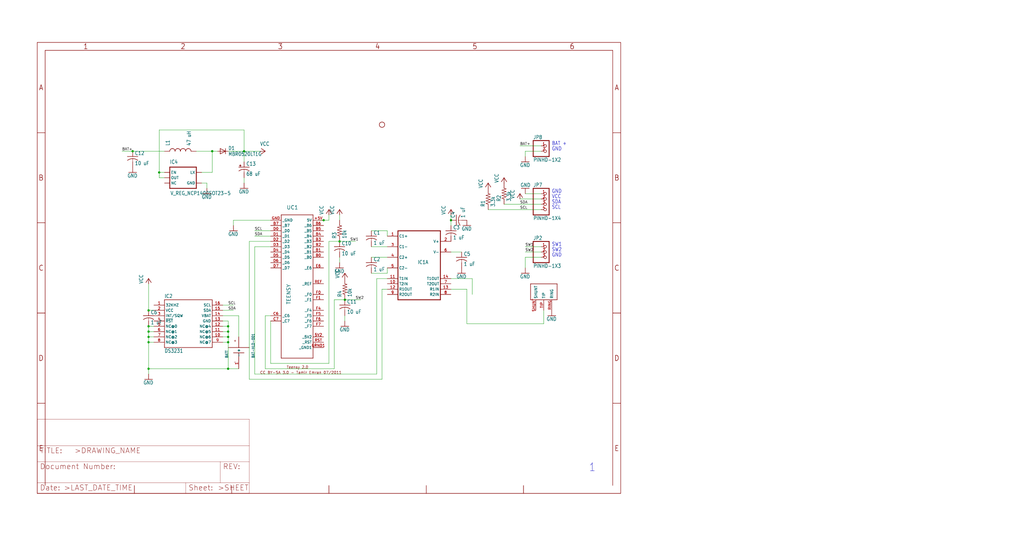
<source format=kicad_sch>
(kicad_sch (version 20211123) (generator eeschema)
  (paper "User" 490.22 257.099)
  (lib_symbols
    (symbol "UBGDownloader-eagle-import:35RAPC2AVDEFAULT"
      (symbol "35RAPC2AVDEFAULT_1_0"
        (polyline (pts (xy 0 0) (xy 12.7 0)) (stroke (width 0.254)))
        (polyline (pts (xy 0 7.62) (xy 0 0)) (stroke (width 0.254)))
        (polyline (pts (xy 12.7 0) (xy 12.7 7.62)) (stroke (width 0.254)))
        (polyline (pts (xy 12.7 7.62) (xy 0 7.62)) (stroke (width 0.254)))
        (pin bidirectional line (at 2.54 -5.08 90) (length 5.08) (name "RING") (number "RING"))
        (pin bidirectional line (at 10.16 -5.08 90) (length 5.08) (name "SHUNT") (number "SHUNT"))
        (pin bidirectional line (at 6.35 -5.08 90) (length 5.08) (name "TIP") (number "TIP"))
      )
    )
    (symbol "UBGDownloader-eagle-import:BAT-HLD-001"
      (property "Value" "BAT-HLD-001" (at 7.62 -2.54 90))
      (symbol "BAT-HLD-001_1_0"
        (polyline (pts (xy -5.08 2.54) (xy 5.08 2.54)) (stroke (width 0.254)))
        (polyline (pts (xy -2.54 0) (xy 0 0)) (stroke (width 0.254)))
        (polyline (pts (xy 0 0) (xy 0 -7.62)) (stroke (width 0.254)))
        (polyline (pts (xy 0 0) (xy 2.54 0)) (stroke (width 0.254)))
        (polyline (pts (xy 0 2.54) (xy 0 7.62)) (stroke (width 0.254)))
        (text "+" (at -2.54 5.08 0) (effects (font (size 1.27 1.0795)) (justify left bottom)))
        (text "-" (at -2.54 -5.08 0) (effects (font (size 1.27 1.0795)) (justify left bottom)))
        (pin bidirectional line (at 0 -7.62 90) (length 5.08) (name "-") (number "1"))
        (pin bidirectional line (at 0 7.62 270) (length 5.08) (name "+") (number "2"))
        (pin bidirectional line (at 0 7.62 270) (length 5.08) (name "+") (number "3"))
      )
    )
    (symbol "UBGDownloader-eagle-import:C-USC0805K"
      (property "Reference" "C" (at 1.016 0.635 0))
      (property "Value" "C-USC0805K" (at 1.016 -4.191 0))
      (symbol "C-USC0805K_1_0"
        (arc (start 0 -1.0161) (mid -1.302 -1.2303) (end -2.4668 -1.8504) (stroke (width 0.254)))
        (polyline (pts (xy -2.54 0) (xy 2.54 0)) (stroke (width 0.254)))
        (polyline (pts (xy 0 -1.016) (xy 0 -2.54)) (stroke (width 0.1524)))
        (arc (start 2.4892 -1.8542) (mid 1.3158 -1.2195) (end 0 -1) (stroke (width 0.254)))
        (pin passive line (at 0 2.54 270) (length 2.54) (name "1") (number "1"))
        (pin passive line (at 0 -5.08 90) (length 2.54) (name "2") (number "2"))
      )
    )
    (symbol "UBGDownloader-eagle-import:CGRM400-G"
      (property "Reference" "D" (at 2.54 0.4826 0))
      (property "Value" "CGRM400-G" (at 2.54 -2.3114 0))
      (symbol "CGRM400-G_1_0"
        (polyline (pts (xy -1.27 -1.27) (xy 1.27 0)) (stroke (width 0.254)))
        (polyline (pts (xy -1.27 1.27) (xy -1.27 -1.27)) (stroke (width 0.254)))
        (polyline (pts (xy 1.27 0) (xy -1.27 1.27)) (stroke (width 0.254)))
        (polyline (pts (xy 1.27 0) (xy 1.27 -1.27)) (stroke (width 0.254)))
        (polyline (pts (xy 1.27 1.27) (xy 1.27 0)) (stroke (width 0.254)))
        (pin passive line (at -2.54 0 0) (length 2.54) (name "A") (number "A"))
        (pin passive line (at 2.54 0 180) (length 2.54) (name "C") (number "C"))
      )
    )
    (symbol "UBGDownloader-eagle-import:CPOL-USB{slash}3528-21R"
      (property "Reference" "C" (at 1.016 0.635 0))
      (property "Value" "CPOL-USB{slash}3528-21R" (at 1.016 -4.191 0))
      (symbol "CPOL-USB{slash}3528-21R_1_0"
        (rectangle (start -2.253 0.668) (end -1.364 0.795) (fill (type outline)))
        (rectangle (start -1.872 0.287) (end -1.745 1.176) (fill (type outline)))
        (arc (start 0 -1.0161) (mid -1.3021 -1.2302) (end -2.4669 -1.8504) (stroke (width 0.254)))
        (polyline (pts (xy -2.54 0) (xy 2.54 0)) (stroke (width 0.254)))
        (polyline (pts (xy 0 -1.016) (xy 0 -2.54)) (stroke (width 0.1524)))
        (arc (start 2.4892 -1.8542) (mid 1.3158 -1.2195) (end 0 -1) (stroke (width 0.254)))
        (pin passive line (at 0 2.54 270) (length 2.54) (name "+") (number "+"))
        (pin passive line (at 0 -5.08 90) (length 2.54) (name "-") (number "-"))
      )
    )
    (symbol "UBGDownloader-eagle-import:DS3231"
      (property "Reference" "IC" (at -10.16 13.462 0))
      (property "Value" "DS3231" (at -10.16 -12.7 0))
      (symbol "DS3231_1_0"
        (polyline (pts (xy -10.16 -10.16) (xy 12.7 -10.16)) (stroke (width 0.254)))
        (polyline (pts (xy -10.16 12.7) (xy -10.16 -10.16)) (stroke (width 0.254)))
        (polyline (pts (xy 12.7 -10.16) (xy 12.7 12.7)) (stroke (width 0.254)))
        (polyline (pts (xy 12.7 12.7) (xy -10.16 12.7)) (stroke (width 0.254)))
        (pin bidirectional line (at -15.24 10.16 0) (length 5.08) (name "32KHZ") (number "1"))
        (pin bidirectional line (at 17.78 -5.08 180) (length 5.08) (name "NC@6") (number "10"))
        (pin bidirectional line (at 17.78 -2.54 180) (length 5.08) (name "NC@5") (number "11"))
        (pin bidirectional line (at 17.78 0 180) (length 5.08) (name "NC@4") (number "12"))
        (pin power_in line (at 17.78 2.54 180) (length 5.08) (name "GND") (number "13"))
        (pin bidirectional line (at 17.78 5.08 180) (length 5.08) (name "VBAT") (number "14"))
        (pin bidirectional line (at 17.78 7.62 180) (length 5.08) (name "SDA") (number "15"))
        (pin bidirectional line (at 17.78 10.16 180) (length 5.08) (name "SCL") (number "16"))
        (pin power_in line (at -15.24 7.62 0) (length 5.08) (name "VCC") (number "2"))
        (pin bidirectional line (at -15.24 5.08 0) (length 5.08) (name "INT/SQW") (number "3"))
        (pin bidirectional line (at -15.24 2.54 0) (length 5.08) (name "~{RST}") (number "4"))
        (pin bidirectional line (at -15.24 0 0) (length 5.08) (name "NC@0") (number "5"))
        (pin bidirectional line (at -15.24 -2.54 0) (length 5.08) (name "NC@1") (number "6"))
        (pin bidirectional line (at -15.24 -5.08 0) (length 5.08) (name "NC@2") (number "7"))
        (pin bidirectional line (at -15.24 -7.62 0) (length 5.08) (name "NC@3") (number "8"))
        (pin bidirectional line (at 17.78 -7.62 180) (length 5.08) (name "NC@7") (number "9"))
      )
    )
    (symbol "UBGDownloader-eagle-import:FRAME_A_L"
      (symbol "FRAME_A_L_0_0"
        (polyline (pts (xy 0 43.18) (xy 3.81 43.18)))
        (polyline (pts (xy 0 86.36) (xy 3.81 86.36)))
        (polyline (pts (xy 0 129.54) (xy 3.81 129.54)))
        (polyline (pts (xy 0 172.72) (xy 3.81 172.72)))
        (polyline (pts (xy 3.81 3.81) (xy 3.81 212.09)))
        (polyline (pts (xy 46.5667 0) (xy 46.5667 3.81)))
        (polyline (pts (xy 93.1333 0) (xy 93.1333 3.81)))
        (polyline (pts (xy 139.7 0) (xy 139.7 3.81)))
        (polyline (pts (xy 186.2667 0) (xy 186.2667 3.81)))
        (polyline (pts (xy 232.8333 0) (xy 232.8333 3.81)))
        (polyline (pts (xy 275.59 3.81) (xy 275.59 212.09)))
        (polyline (pts (xy 275.59 43.18) (xy 279.4 43.18)))
        (polyline (pts (xy 275.59 86.36) (xy 279.4 86.36)))
        (polyline (pts (xy 275.59 129.54) (xy 279.4 129.54)))
        (polyline (pts (xy 275.59 172.72) (xy 279.4 172.72)))
        (polyline (pts (xy 275.59 212.09) (xy 3.81 212.09)))
        (polyline (pts (xy 0 0) (xy 279.4 0) (xy 279.4 215.9) (xy 0 215.9) (xy 0 0)))
        (text "1" (at 23.2833 213.995 0) (effects (font (size 2.54 2.286))))
        (text "2" (at 69.85 213.995 0) (effects (font (size 2.54 2.286))))
        (text "3" (at 116.4167 213.995 0) (effects (font (size 2.54 2.286))))
        (text "4" (at 162.9833 213.995 0) (effects (font (size 2.54 2.286))))
        (text "5" (at 209.55 213.995 0) (effects (font (size 2.54 2.286))))
        (text "6" (at 256.1167 213.995 0) (effects (font (size 2.54 2.286))))
        (text "A" (at 1.905 194.31 0) (effects (font (size 2.54 2.286))))
        (text "A" (at 277.495 194.31 0) (effects (font (size 2.54 2.286))))
        (text "B" (at 1.905 151.13 0) (effects (font (size 2.54 2.286))))
        (text "B" (at 277.495 151.13 0) (effects (font (size 2.54 2.286))))
        (text "C" (at 1.905 107.95 0) (effects (font (size 2.54 2.286))))
        (text "C" (at 277.495 107.95 0) (effects (font (size 2.54 2.286))))
        (text "D" (at 1.905 64.77 0) (effects (font (size 2.54 2.286))))
        (text "D" (at 277.495 64.77 0) (effects (font (size 2.54 2.286))))
        (text "E" (at 1.905 21.59 0) (effects (font (size 2.54 2.286))))
        (text "E" (at 277.495 21.59 0) (effects (font (size 2.54 2.286))))
      )
      (symbol "FRAME_A_L_2_0"
        (polyline (pts (xy 0 0) (xy 0 5.08)) (stroke (width 0.1016)))
        (polyline (pts (xy 0 0) (xy 71.12 0)) (stroke (width 0.1016)))
        (polyline (pts (xy 0 5.08) (xy 0 15.24)) (stroke (width 0.1016)))
        (polyline (pts (xy 0 5.08) (xy 71.12 5.08)) (stroke (width 0.1016)))
        (polyline (pts (xy 0 15.24) (xy 0 22.86)) (stroke (width 0.1016)))
        (polyline (pts (xy 0 22.86) (xy 0 35.56)) (stroke (width 0.1016)))
        (polyline (pts (xy 0 22.86) (xy 101.6 22.86)) (stroke (width 0.1016)))
        (polyline (pts (xy 71.12 0) (xy 101.6 0)) (stroke (width 0.1016)))
        (polyline (pts (xy 71.12 5.08) (xy 71.12 0)) (stroke (width 0.1016)))
        (polyline (pts (xy 71.12 5.08) (xy 87.63 5.08)) (stroke (width 0.1016)))
        (polyline (pts (xy 87.63 5.08) (xy 101.6 5.08)) (stroke (width 0.1016)))
        (polyline (pts (xy 87.63 15.24) (xy 0 15.24)) (stroke (width 0.1016)))
        (polyline (pts (xy 87.63 15.24) (xy 87.63 5.08)) (stroke (width 0.1016)))
        (polyline (pts (xy 101.6 5.08) (xy 101.6 0)) (stroke (width 0.1016)))
        (polyline (pts (xy 101.6 15.24) (xy 87.63 15.24)) (stroke (width 0.1016)))
        (polyline (pts (xy 101.6 15.24) (xy 101.6 5.08)) (stroke (width 0.1016)))
        (polyline (pts (xy 101.6 22.86) (xy 101.6 15.24)) (stroke (width 0.1016)))
        (polyline (pts (xy 101.6 35.56) (xy 0 35.56)) (stroke (width 0.1016)))
        (polyline (pts (xy 101.6 35.56) (xy 101.6 22.86)) (stroke (width 0.1016)))
        (text ">DRAWING_NAME" (at 17.78 19.05 0) (effects (font (size 2.54 2.54)) (justify left bottom)))
        (text ">LAST_DATE_TIME" (at 12.7 1.27 0) (effects (font (size 2.54 2.54)) (justify left bottom)))
        (text ">SHEET" (at 86.36 1.27 0) (effects (font (size 2.54 2.54)) (justify left bottom)))
        (text "Date:" (at 1.27 1.27 0) (effects (font (size 2.54 2.54)) (justify left bottom)))
        (text "Document Number:" (at 1.27 11.43 0) (effects (font (size 2.54 2.54)) (justify left bottom)))
        (text "REV:" (at 88.9 11.43 0) (effects (font (size 2.54 2.54)) (justify left bottom)))
        (text "Sheet:" (at 72.39 1.27 0) (effects (font (size 2.54 2.54)) (justify left bottom)))
        (text "TITLE:" (at 1.27 19.05 0) (effects (font (size 2.54 2.54)) (justify left bottom)))
      )
    )
    (symbol "UBGDownloader-eagle-import:GND" (power)
      (property "Value" "GND" (at -2.54 -2.54 0))
      (symbol "GND_1_0"
        (polyline (pts (xy -1.905 0) (xy 1.905 0)) (stroke (width 0.254)))
        (pin power_in line (at 0 2.54 270) (length 2.54) (name "GND") (number "1"))
      )
    )
    (symbol "UBGDownloader-eagle-import:INDUCTORCDRH5D28R"
      (property "Reference" "L" (at 2.54 5.08 0))
      (property "Value" "INDUCTORCDRH5D28R" (at 2.54 -5.08 0))
      (symbol "INDUCTORCDRH5D28R_1_0"
        (arc (start 0 -5.08) (mid 0.898 -4.708) (end 1.27 -3.81) (stroke (width 0.254)))
        (arc (start 0 -2.54) (mid 0.898 -2.168) (end 1.27 -1.27) (stroke (width 0.254)))
        (arc (start 0 0) (mid 0.898 0.372) (end 1.27 1.27) (stroke (width 0.254)))
        (arc (start 0 2.54) (mid 0.898 2.912) (end 1.27 3.81) (stroke (width 0.254)))
        (arc (start 1.27 -3.81) (mid 0.898 -2.912) (end 0 -2.54) (stroke (width 0.254)))
        (arc (start 1.27 -1.27) (mid 0.898 -0.372) (end 0 0) (stroke (width 0.254)))
        (arc (start 1.27 1.27) (mid 0.898 2.168) (end 0 2.54) (stroke (width 0.254)))
        (arc (start 1.27 3.81) (mid 0.898 4.708) (end 0 5.08) (stroke (width 0.254)))
        (pin passive line (at 0 7.62 270) (length 2.54) (name "1") (number "P$1"))
        (pin passive line (at 0 -7.62 90) (length 2.54) (name "2") (number "P$2"))
      )
    )
    (symbol "UBGDownloader-eagle-import:MAX3232SE"
      (property "Reference" "IC" (at -0.762 -0.762 0))
      (symbol "MAX3232SE_1_0"
        (polyline (pts (xy -10.16 15.24) (xy -10.16 -17.78)) (stroke (width 0.4064)))
        (polyline (pts (xy -10.16 15.24) (xy 10.16 15.24)) (stroke (width 0.4064)))
        (polyline (pts (xy 10.16 -17.78) (xy -10.16 -17.78)) (stroke (width 0.4064)))
        (polyline (pts (xy 10.16 -17.78) (xy 10.16 15.24)) (stroke (width 0.4064)))
        (pin bidirectional line (at -15.24 12.7 0) (length 5.08) (name "C1+") (number "1"))
        (pin input line (at -15.24 -10.16 0) (length 5.08) (name "T2IN") (number "10"))
        (pin input line (at -15.24 -7.62 0) (length 5.08) (name "T1IN") (number "11"))
        (pin output line (at -15.24 -12.7 0) (length 5.08) (name "R1OUT") (number "12"))
        (pin input line (at 15.24 -12.7 180) (length 5.08) (name "R1IN") (number "13"))
        (pin output line (at 15.24 -7.62 180) (length 5.08) (name "T1OUT") (number "14"))
        (pin bidirectional line (at 15.24 10.16 180) (length 5.08) (name "V+") (number "2"))
        (pin bidirectional line (at -15.24 7.62 0) (length 5.08) (name "C1-") (number "3"))
        (pin bidirectional line (at -15.24 2.54 0) (length 5.08) (name "C2+") (number "4"))
        (pin bidirectional line (at -15.24 -2.54 0) (length 5.08) (name "C2-") (number "5"))
        (pin bidirectional line (at 15.24 5.08 180) (length 5.08) (name "V-") (number "6"))
        (pin output line (at 15.24 -10.16 180) (length 5.08) (name "T2OUT") (number "7"))
        (pin input line (at 15.24 -15.24 180) (length 5.08) (name "R2IN") (number "8"))
        (pin output line (at -15.24 -15.24 0) (length 5.08) (name "R2OUT") (number "9"))
      )
      (symbol "MAX3232SE_2_0"
        (text "GND" (at 1.524 -5.08 900) (effects (font (size 1.016 0.8636)) (justify left bottom)))
        (text "VCC" (at 1.524 2.54 900) (effects (font (size 1.016 0.8636)) (justify left bottom)))
        (pin power_in line (at 0 -7.62 90) (length 5.08) (name "GND") (number "15"))
        (pin power_in line (at 0 7.62 270) (length 5.08) (name "VCC") (number "16"))
      )
    )
    (symbol "UBGDownloader-eagle-import:PINHD-1X2"
      (property "Reference" "JP" (at -6.35 5.715 0))
      (property "Value" "PINHD-1X2" (at -6.35 -5.08 0))
      (symbol "PINHD-1X2_1_0"
        (polyline (pts (xy -6.35 -2.54) (xy 1.27 -2.54)) (stroke (width 0.4064)))
        (polyline (pts (xy -6.35 5.08) (xy -6.35 -2.54)) (stroke (width 0.4064)))
        (polyline (pts (xy 1.27 -2.54) (xy 1.27 5.08)) (stroke (width 0.4064)))
        (polyline (pts (xy 1.27 5.08) (xy -6.35 5.08)) (stroke (width 0.4064)))
        (pin passive inverted (at -2.54 2.54 0) (length 2.54) (name "1") (number "1"))
        (pin passive inverted (at -2.54 0 0) (length 2.54) (name "2") (number "2"))
      )
    )
    (symbol "UBGDownloader-eagle-import:PINHD-1X3"
      (property "Reference" "JP" (at -6.35 5.715 0))
      (property "Value" "PINHD-1X3" (at -6.35 -7.62 0))
      (symbol "PINHD-1X3_1_0"
        (polyline (pts (xy -6.35 -5.08) (xy 1.27 -5.08)) (stroke (width 0.4064)))
        (polyline (pts (xy -6.35 5.08) (xy -6.35 -5.08)) (stroke (width 0.4064)))
        (polyline (pts (xy 1.27 -5.08) (xy 1.27 5.08)) (stroke (width 0.4064)))
        (polyline (pts (xy 1.27 5.08) (xy -6.35 5.08)) (stroke (width 0.4064)))
        (pin passive inverted (at -2.54 2.54 0) (length 2.54) (name "1") (number "1"))
        (pin passive inverted (at -2.54 0 0) (length 2.54) (name "2") (number "2"))
        (pin passive inverted (at -2.54 -2.54 0) (length 2.54) (name "3") (number "3"))
      )
    )
    (symbol "UBGDownloader-eagle-import:PINHD-1X4"
      (property "Reference" "JP" (at -6.35 8.255 0))
      (property "Value" "PINHD-1X4" (at -6.35 -7.62 0))
      (symbol "PINHD-1X4_1_0"
        (polyline (pts (xy -6.35 -5.08) (xy 1.27 -5.08)) (stroke (width 0.4064)))
        (polyline (pts (xy -6.35 7.62) (xy -6.35 -5.08)) (stroke (width 0.4064)))
        (polyline (pts (xy 1.27 -5.08) (xy 1.27 7.62)) (stroke (width 0.4064)))
        (polyline (pts (xy 1.27 7.62) (xy -6.35 7.62)) (stroke (width 0.4064)))
        (pin passive inverted (at -2.54 5.08 0) (length 2.54) (name "1") (number "1"))
        (pin passive inverted (at -2.54 2.54 0) (length 2.54) (name "2") (number "2"))
        (pin passive inverted (at -2.54 0 0) (length 2.54) (name "3") (number "3"))
        (pin passive inverted (at -2.54 -2.54 0) (length 2.54) (name "4") (number "4"))
      )
    )
    (symbol "UBGDownloader-eagle-import:R-US_R0805"
      (property "Reference" "R" (at -3.81 1.4986 0))
      (property "Value" "R-US_R0805" (at -3.81 -3.302 0))
      (symbol "R-US_R0805_1_0"
        (polyline (pts (xy -2.54 0) (xy -2.159 1.016)) (stroke (width 0.2032)))
        (polyline (pts (xy -2.159 1.016) (xy -1.524 -1.016)) (stroke (width 0.2032)))
        (polyline (pts (xy -1.524 -1.016) (xy -0.889 1.016)) (stroke (width 0.2032)))
        (polyline (pts (xy -0.889 1.016) (xy -0.254 -1.016)) (stroke (width 0.2032)))
        (polyline (pts (xy -0.254 -1.016) (xy 0.381 1.016)) (stroke (width 0.2032)))
        (polyline (pts (xy 0.381 1.016) (xy 1.016 -1.016)) (stroke (width 0.2032)))
        (polyline (pts (xy 1.016 -1.016) (xy 1.651 1.016)) (stroke (width 0.2032)))
        (polyline (pts (xy 1.651 1.016) (xy 2.286 -1.016)) (stroke (width 0.2032)))
        (polyline (pts (xy 2.286 -1.016) (xy 2.54 0)) (stroke (width 0.2032)))
        (pin passive line (at -5.08 0 0) (length 2.54) (name "1") (number "1"))
        (pin passive line (at 5.08 0 180) (length 2.54) (name "2") (number "2"))
      )
    )
    (symbol "UBGDownloader-eagle-import:STAND-OFF"
      (symbol "STAND-OFF_1_0"
        (circle (center 0 0) (radius 1.27) (stroke (width 0.254)))
      )
    )
    (symbol "UBGDownloader-eagle-import:TEENSY"
      (property "Reference" "_" (at -5.08 38.1 0))
      (property "Value" "TEENSY" (at -5.08 2.54 90))
      (symbol "TEENSY_1_0"
        (polyline (pts (xy -7.62 -33.02) (xy -7.62 35.56)) (stroke (width 0.254)))
        (polyline (pts (xy -7.62 35.56) (xy 7.62 35.56)) (stroke (width 0.254)))
        (polyline (pts (xy 7.62 -33.02) (xy -7.62 -33.02)) (stroke (width 0.254)))
        (polyline (pts (xy 7.62 35.56) (xy 7.62 -33.02)) (stroke (width 0.254)))
        (text "CC BY-SA 3.0 - Tamir Emran 07/2011" (at -17.78 -40.64 0) (effects (font (size 1.27 1.27)) (justify left bottom)))
        (text "Teensy 2.0" (at -5.08 -38.1 0) (effects (font (size 1.27 1.27)) (justify left bottom)))
        (pin bidirectional line (at 12.7 33.02 180) (length 5.08) (name "5V") (number "+5V"))
        (pin bidirectional line (at 12.7 -22.86 180) (length 5.08) (name "_5V2") (number "5V2"))
        (pin bidirectional line (at 12.7 15.24 180) (length 5.08) (name "_B0") (number "B0"))
        (pin bidirectional line (at 12.7 17.78 180) (length 5.08) (name "_B1") (number "B1"))
        (pin bidirectional line (at 12.7 20.32 180) (length 5.08) (name "_B2") (number "B2"))
        (pin bidirectional line (at 12.7 22.86 180) (length 5.08) (name "_B3") (number "B3"))
        (pin bidirectional line (at 12.7 25.4 180) (length 5.08) (name "_B4") (number "B4"))
        (pin bidirectional line (at 12.7 27.94 180) (length 5.08) (name "_B5") (number "B5"))
        (pin bidirectional line (at 12.7 30.48 180) (length 5.08) (name "_B6") (number "B6"))
        (pin bidirectional line (at -12.7 30.48 0) (length 5.08) (name "_B7") (number "B7"))
        (pin bidirectional line (at -12.7 -12.7 0) (length 5.08) (name "_C6") (number "C6"))
        (pin bidirectional line (at -12.7 -15.24 0) (length 5.08) (name "_C7") (number "C7"))
        (pin bidirectional line (at -12.7 27.94 0) (length 5.08) (name "_D0") (number "D0"))
        (pin bidirectional line (at -12.7 25.4 0) (length 5.08) (name "_D1") (number "D1"))
        (pin bidirectional line (at -12.7 22.86 0) (length 5.08) (name "_D2") (number "D2"))
        (pin bidirectional line (at -12.7 20.32 0) (length 5.08) (name "_D3") (number "D3"))
        (pin bidirectional line (at -12.7 17.78 0) (length 5.08) (name "_D4") (number "D4"))
        (pin bidirectional line (at -12.7 15.24 0) (length 5.08) (name "_D5") (number "D5"))
        (pin bidirectional line (at -12.7 12.7 0) (length 5.08) (name "_D6") (number "D6"))
        (pin bidirectional line (at -12.7 10.16 0) (length 5.08) (name "_D7") (number "D7"))
        (pin bidirectional line (at 12.7 10.16 180) (length 5.08) (name "_E6") (number "E6"))
        (pin bidirectional line (at 12.7 -2.54 180) (length 5.08) (name "_F0") (number "F0"))
        (pin bidirectional line (at 12.7 -5.08 180) (length 5.08) (name "_F1") (number "F1"))
        (pin bidirectional line (at 12.7 -10.16 180) (length 5.08) (name "_F4") (number "F4"))
        (pin bidirectional line (at 12.7 -12.7 180) (length 5.08) (name "_F5") (number "F5"))
        (pin bidirectional line (at 12.7 -15.24 180) (length 5.08) (name "_F6") (number "F6"))
        (pin bidirectional line (at 12.7 -17.78 180) (length 5.08) (name "_F7") (number "F7"))
        (pin bidirectional line (at -12.7 33.02 0) (length 5.08) (name "_GND") (number "GND"))
        (pin bidirectional line (at 12.7 -27.94 180) (length 5.08) (name "_GND1") (number "GRND1"))
        (pin bidirectional line (at 12.7 2.54 180) (length 5.08) (name "_REF") (number "REF"))
        (pin bidirectional line (at 12.7 -25.4 180) (length 5.08) (name "_RST") (number "RST"))
      )
    )
    (symbol "UBGDownloader-eagle-import:VCC" (power)
      (property "Value" "VCC" (at -2.54 -2.54 90))
      (symbol "VCC_1_0"
        (polyline (pts (xy 0 0) (xy -1.27 -1.905)) (stroke (width 0.254)))
        (polyline (pts (xy 1.27 -1.905) (xy 0 0)) (stroke (width 0.254)))
        (pin power_in line (at 0 -2.54 90) (length 2.54) (name "VCC") (number "1"))
      )
    )
    (symbol "UBGDownloader-eagle-import:V_REG_NCP1400SOT23-5"
      (property "Reference" "IC" (at -5.08 6.604 0))
      (property "Value" "V_REG_NCP1400SOT23-5" (at -4.826 -8.382 0))
      (symbol "V_REG_NCP1400SOT23-5_1_0"
        (polyline (pts (xy -5.08 -5.08) (xy 7.62 -5.08)) (stroke (width 0.4064)))
        (polyline (pts (xy -5.08 5.08) (xy -5.08 -5.08)) (stroke (width 0.4064)))
        (polyline (pts (xy 7.62 -5.08) (xy 7.62 5.08)) (stroke (width 0.4064)))
        (polyline (pts (xy 7.62 5.08) (xy -5.08 5.08)) (stroke (width 0.4064)))
        (pin input line (at -7.62 2.54 0) (length 2.54) (name "EN") (number "1"))
        (pin passive line (at -7.62 0 0) (length 2.54) (name "OUT") (number "2"))
        (pin input line (at -7.62 -2.54 0) (length 2.54) (name "NC") (number "3"))
        (pin input line (at 10.16 -2.54 180) (length 2.54) (name "GND") (number "4"))
        (pin input line (at 10.16 2.54 180) (length 2.54) (name "LX") (number "5"))
      )
    )
  )
  (junction (at 71.12 148.59))
  (junction (at 76.2 82.55))
  (junction (at 162.56 115.57))
  (junction (at 116.84 72.39))
  (junction (at 71.12 176.53))
  (junction (at 215.9 105.41))
  (junction (at 109.22 163.83))
  (junction (at 71.12 161.29))
  (junction (at 109.22 176.53))
  (junction (at 109.22 161.29))
  (junction (at 165.1 143.51))
  (junction (at 101.6 72.39))
  (junction (at 109.22 156.21))
  (junction (at 71.12 156.21))
  (junction (at 154.94 105.41))
  (junction (at 63.5 72.39))
  (junction (at 71.12 163.83))
  (junction (at 109.22 158.75))
  (junction (at 71.12 158.75))
  (wire (pts (xy 73.66 156.21) (xy 71.12 156.21)))
  (wire (pts (xy 160.02 143.51) (xy 165.1 143.51)))
  (wire (pts (xy 259.08 95.25) (xy 248.92 95.25)))
  (wire (pts (xy 109.22 158.75) (xy 109.22 161.29)))
  (wire (pts (xy 162.56 105.41) (xy 162.56 102.87)))
  (wire (pts (xy 127 176.53) (xy 160.02 176.53)))
  (wire (pts (xy 109.22 176.53) (xy 71.12 176.53)))
  (wire (pts (xy 71.12 161.29) (xy 71.12 163.83)))
  (wire (pts (xy 73.66 163.83) (xy 71.12 163.83)))
  (wire (pts (xy 109.22 161.29) (xy 109.22 163.83)))
  (wire (pts (xy 259.08 69.85) (xy 248.92 69.85)))
  (wire (pts (xy 259.08 123.19) (xy 251.46 123.19)))
  (wire (pts (xy 71.12 176.53) (xy 71.12 179.07)))
  (wire (pts (xy 165.1 151.13) (xy 165.1 153.67)))
  (wire (pts (xy 58.42 72.39) (xy 63.5 72.39)))
  (wire (pts (xy 185.42 118.11) (xy 177.8 118.11)))
  (wire (pts (xy 259.08 118.11) (xy 251.46 118.11)))
  (wire (pts (xy 185.42 138.43) (xy 182.88 138.43)))
  (wire (pts (xy 185.42 133.35) (xy 180.34 133.35)))
  (wire (pts (xy 129.54 173.99) (xy 157.48 173.99)))
  (wire (pts (xy 182.88 138.43) (xy 182.88 181.61)))
  (wire (pts (xy 259.08 72.39) (xy 251.46 72.39)))
  (wire (pts (xy 76.2 82.55) (xy 76.2 62.23)))
  (wire (pts (xy 76.2 85.09) (xy 76.2 82.55)))
  (wire (pts (xy 260.35 154.94) (xy 223.52 154.94)))
  (wire (pts (xy 106.68 146.05) (xy 111.76 146.05)))
  (wire (pts (xy 129.54 105.41) (xy 111.76 105.41)))
  (wire (pts (xy 109.22 72.39) (xy 116.84 72.39)))
  (wire (pts (xy 259.08 120.65) (xy 251.46 120.65)))
  (wire (pts (xy 215.9 138.43) (xy 223.52 138.43)))
  (wire (pts (xy 215.9 102.87) (xy 215.9 105.41)))
  (wire (pts (xy 215.9 133.35) (xy 226.06 133.35)))
  (wire (pts (xy 129.54 118.11) (xy 121.92 118.11)))
  (wire (pts (xy 215.9 120.65) (xy 220.98 120.65)))
  (wire (pts (xy 119.38 181.61) (xy 182.88 181.61)))
  (wire (pts (xy 157.48 173.99) (xy 157.48 115.57)))
  (wire (pts (xy 73.66 158.75) (xy 71.12 158.75)))
  (wire (pts (xy 71.12 158.75) (xy 71.12 161.29)))
  (wire (pts (xy 109.22 153.67) (xy 109.22 156.21)))
  (wire (pts (xy 101.6 72.39) (xy 104.14 72.39)))
  (wire (pts (xy 251.46 72.39) (xy 251.46 74.93)))
  (wire (pts (xy 63.5 72.39) (xy 78.74 72.39)))
  (wire (pts (xy 71.12 156.21) (xy 71.12 158.75)))
  (wire (pts (xy 259.08 100.33) (xy 233.68 100.33)))
  (wire (pts (xy 111.76 105.41) (xy 111.76 107.95)))
  (wire (pts (xy 109.22 163.83) (xy 109.22 176.53)))
  (wire (pts (xy 73.66 148.59) (xy 71.12 148.59)))
  (wire (pts (xy 106.68 156.21) (xy 109.22 156.21)))
  (wire (pts (xy 116.84 72.39) (xy 116.84 77.47)))
  (wire (pts (xy 76.2 62.23) (xy 116.84 62.23)))
  (wire (pts (xy 180.34 179.07) (xy 121.92 179.07)))
  (wire (pts (xy 106.68 153.67) (xy 109.22 153.67)))
  (wire (pts (xy 154.94 105.41) (xy 157.48 105.41)))
  (wire (pts (xy 259.08 92.71) (xy 251.46 92.71)))
  (wire (pts (xy 119.38 115.57) (xy 119.38 181.61)))
  (wire (pts (xy 162.56 115.57) (xy 170.18 115.57)))
  (wire (pts (xy 223.52 154.94) (xy 223.52 138.43)))
  (wire (pts (xy 215.9 105.41) (xy 215.9 107.95)))
  (wire (pts (xy 109.22 156.21) (xy 109.22 158.75)))
  (wire (pts (xy 106.68 163.83) (xy 109.22 163.83)))
  (wire (pts (xy 109.22 176.53) (xy 114.3 176.53)))
  (wire (pts (xy 177.8 110.49) (xy 185.42 110.49)))
  (wire (pts (xy 116.84 87.63) (xy 116.84 85.09)))
  (wire (pts (xy 106.68 161.29) (xy 109.22 161.29)))
  (wire (pts (xy 114.3 151.13) (xy 114.3 161.29)))
  (wire (pts (xy 129.54 110.49) (xy 121.92 110.49)))
  (wire (pts (xy 160.02 176.53) (xy 160.02 143.51)))
  (wire (pts (xy 129.54 151.13) (xy 127 151.13)))
  (wire (pts (xy 180.34 133.35) (xy 180.34 179.07)))
  (wire (pts (xy 78.74 85.09) (xy 76.2 85.09)))
  (wire (pts (xy 226.06 133.35) (xy 226.06 140.97)))
  (wire (pts (xy 78.74 82.55) (xy 76.2 82.55)))
  (wire (pts (xy 260.35 148.59) (xy 260.35 154.94)))
  (wire (pts (xy 177.8 130.81) (xy 185.42 130.81)))
  (wire (pts (xy 106.68 151.13) (xy 114.3 151.13)))
  (wire (pts (xy 129.54 153.67) (xy 129.54 173.99)))
  (wire (pts (xy 157.48 105.41) (xy 157.48 102.87)))
  (wire (pts (xy 129.54 113.03) (xy 121.92 113.03)))
  (wire (pts (xy 129.54 115.57) (xy 119.38 115.57)))
  (wire (pts (xy 101.6 82.55) (xy 101.6 72.39)))
  (wire (pts (xy 71.12 163.83) (xy 71.12 176.53)))
  (wire (pts (xy 251.46 123.19) (xy 251.46 128.27)))
  (wire (pts (xy 106.68 148.59) (xy 111.76 148.59)))
  (wire (pts (xy 259.08 97.79) (xy 241.3 97.79)))
  (wire (pts (xy 73.66 161.29) (xy 71.12 161.29)))
  (wire (pts (xy 96.52 82.55) (xy 101.6 82.55)))
  (wire (pts (xy 154.94 105.41) (xy 152.4 105.41)))
  (wire (pts (xy 93.98 72.39) (xy 101.6 72.39)))
  (wire (pts (xy 127 151.13) (xy 127 176.53)))
  (wire (pts (xy 185.42 123.19) (xy 177.8 123.19)))
  (wire (pts (xy 99.06 87.63) (xy 99.06 90.17)))
  (wire (pts (xy 185.42 130.81) (xy 185.42 128.27)))
  (wire (pts (xy 96.52 87.63) (xy 99.06 87.63)))
  (wire (pts (xy 162.56 125.73) (xy 162.56 123.19)))
  (wire (pts (xy 185.42 110.49) (xy 185.42 113.03)))
  (wire (pts (xy 165.1 143.51) (xy 172.72 143.51)))
  (wire (pts (xy 116.84 62.23) (xy 116.84 72.39)))
  (wire (pts (xy 71.12 148.59) (xy 71.12 135.89)))
  (wire (pts (xy 116.84 72.39) (xy 124.46 72.39)))
  (wire (pts (xy 106.68 158.75) (xy 109.22 158.75)))
  (wire (pts (xy 121.92 118.11) (xy 121.92 179.07)))
  (wire (pts (xy 157.48 115.57) (xy 162.56 115.57)))
  (text "SW2" (at 264.16 120.65 180) (effects (font (size 1.778 1.5113)) (justify left bottom)))
  (text "GND" (at 264.16 123.19 180) (effects (font (size 1.778 1.5113)) (justify left bottom)))
  (text "SDA" (at 264.16 97.79 180) (effects (font (size 1.778 1.5113)) (justify left bottom)))
  (text "VCC" (at 264.16 95.25 180) (effects (font (size 1.778 1.5113)) (justify left bottom)))
  (text "SCL" (at 264.16 100.33 180) (effects (font (size 1.778 1.5113)) (justify left bottom)))
  (text "1" (at 281.94 226.06 180) (effects (font (size 3.81 3.2385)) (justify left bottom)))
  (text "BAT +" (at 264.16 69.85 180) (effects (font (size 1.778 1.5113)) (justify left bottom)))
  (text "SW1" (at 264.16 118.11 180) (effects (font (size 1.778 1.5113)) (justify left bottom)))
  (text "GND" (at 264.16 72.39 180) (effects (font (size 1.778 1.5113)) (justify left bottom)))
  (text "GND" (at 264.16 92.71 180) (effects (font (size 1.778 1.5113)) (justify left bottom)))
  (label "SW1" (at 167.64 115.57 0) (effects (font (size 1.2446 1.2446))))
  (label "SCL" (at 109.22 146.05 0) (effects (font (size 1.2446 1.2446))))
  (label "BAT+" (at 58.42 72.39 0) (effects (font (size 1.2446 1.2446))))
  (label "SDA" (at 121.92 113.03 0) (effects (font (size 1.2446 1.2446))))
  (label "SW1" (at 251.46 118.11 0) (effects (font (size 1.2446 1.2446))))
  (label "SDA" (at 109.22 148.59 0) (effects (font (size 1.2446 1.2446))))
  (label "SCL" (at 121.92 110.49 0) (effects (font (size 1.2446 1.2446))))
  (label "SW2" (at 170.18 143.51 0) (effects (font (size 1.2446 1.2446))))
  (label "SW2" (at 251.46 120.65 0) (effects (font (size 1.2446 1.2446))))
  (label "SDA" (at 248.92 97.79 0) (effects (font (size 1.2446 1.2446))))
  (label "BAT+" (at 248.92 69.85 0) (effects (font (size 1.2446 1.2446))))
  (label "SCL" (at 248.92 100.33 0) (effects (font (size 1.2446 1.2446))))
  (symbol (lib_id "UBGDownloader-eagle-import:C-USC0805K") (at 165.1 146.05 0)
    (property "Reference" "C11" (at 166.116 145.415 0) (effects (font (size 1.778 1.5113)) (justify left bottom)))
    (property "Value" "10 uF" (at 166.116 150.241 0) (effects (font (size 1.778 1.5113)) (justify left bottom)))
    (property "Footprint" "UBGDownloader:C0805K" (effects hide))
  )
  (symbol (lib_id "UBGDownloader-eagle-import:V_REG_NCP1400SOT23-5") (at 86.36 85.09 0)
    (property "Reference" "IC4" (at 81.28 78.486 0) (effects (font (size 1.778 1.5113)) (justify left bottom)))
    (property "Value" "V_REG_NCP1400SOT23-5" (at 81.534 93.472 0) (effects (font (size 1.778 1.5113)) (justify left bottom)))
    (property "Footprint" "UBGDownloader:SOT23-5" (effects hide))
  )
  (symbol (lib_id "UBGDownloader-eagle-import:VCC") (at 71.12 133.35 0)
    (property "Reference" "#P+3" (effects hide))
    (property "Value" "VCC" (at 68.58 135.89 90) (effects (font (size 1.778 1.5113)) (justify left bottom)))
    (property "Footprint" "UBGDownloader:" (effects hide))
  )
  (symbol (lib_id "UBGDownloader-eagle-import:STAND-OFF") (at 182.88 59.69 0)
    (property "Reference" "JP5" (effects hide))
    (property "Value" "STAND-OFF" (effects hide))
    (property "Footprint" "UBGDownloader:STAND-OFF" (effects hide))
  )
  (symbol (lib_id "UBGDownloader-eagle-import:GND") (at 264.16 151.13 0)
    (property "Reference" "#GND6" (effects hide))
    (property "Value" "GND" (at 261.62 153.67 0) (effects (font (size 1.778 1.5113)) (justify left bottom)))
    (property "Footprint" "UBGDownloader:" (effects hide))
  )
  (symbol (lib_id "UBGDownloader-eagle-import:VCC") (at 233.68 87.63 0)
    (property "Reference" "#P+5" (effects hide))
    (property "Value" "VCC" (at 231.14 90.17 90) (effects (font (size 1.778 1.5113)) (justify left bottom)))
    (property "Footprint" "UBGDownloader:" (effects hide))
  )
  (symbol (lib_id "UBGDownloader-eagle-import:C-USC0805K") (at 162.56 118.11 0)
    (property "Reference" "C10" (at 163.576 117.475 0) (effects (font (size 1.778 1.5113)) (justify left bottom)))
    (property "Value" "10 uF" (at 163.576 122.301 0) (effects (font (size 1.778 1.5113)) (justify left bottom)))
    (property "Footprint" "UBGDownloader:C0805K" (effects hide))
  )
  (symbol (lib_id "UBGDownloader-eagle-import:CGRM400-G") (at 106.68 72.39 0)
    (property "Reference" "D1" (at 109.22 71.9074 0) (effects (font (size 1.778 1.5113)) (justify left bottom)))
    (property "Value" "MBR0520LT1G" (at 109.22 74.7014 0) (effects (font (size 1.778 1.5113)) (justify left bottom)))
    (property "Footprint" "UBGDownloader:SOD-123_MINI-SMA" (effects hide))
  )
  (symbol (lib_id "UBGDownloader-eagle-import:C-USC0805K") (at 71.12 151.13 0)
    (property "Reference" "C6" (at 72.136 150.495 0) (effects (font (size 1.778 1.5113)) (justify left bottom)))
    (property "Value" "1 uF" (at 72.136 155.321 0) (effects (font (size 1.778 1.5113)) (justify left bottom)))
    (property "Footprint" "UBGDownloader:C0805K" (effects hide))
  )
  (symbol (lib_id "UBGDownloader-eagle-import:GND") (at 165.1 156.21 0)
    (property "Reference" "#GND14" (effects hide))
    (property "Value" "GND" (at 162.56 158.75 0) (effects (font (size 1.778 1.5113)) (justify left bottom)))
    (property "Footprint" "UBGDownloader:" (effects hide))
  )
  (symbol (lib_id "UBGDownloader-eagle-import:DS3231") (at 88.9 156.21 0)
    (property "Reference" "IC2" (at 78.74 142.748 0) (effects (font (size 1.778 1.5113)) (justify left bottom)))
    (property "Value" "DS3231" (at 78.74 168.91 0) (effects (font (size 1.778 1.5113)) (justify left bottom)))
    (property "Footprint" "UBGDownloader:SO-16" (effects hide))
  )
  (symbol (lib_id "UBGDownloader-eagle-import:GND") (at 220.98 130.81 0)
    (property "Reference" "#GND3" (effects hide))
    (property "Value" "GND" (at 218.44 133.35 0) (effects (font (size 1.778 1.5113)) (justify left bottom)))
    (property "Footprint" "UBGDownloader:" (effects hide))
  )
  (symbol (lib_id "UBGDownloader-eagle-import:35RAPC2AVDEFAULT") (at 266.7 143.51 0) (mirror y)
    (property "Reference" "U$3" (effects hide))
    (property "Value" "35RAPC2AVDEFAULT" (effects hide))
    (property "Footprint" "UBGDownloader:35RAPC2AV" (effects hide))
  )
  (symbol (lib_id "UBGDownloader-eagle-import:GND") (at 162.56 128.27 0)
    (property "Reference" "#GND13" (effects hide))
    (property "Value" "GND" (at 160.02 130.81 0) (effects (font (size 1.778 1.5113)) (justify left bottom)))
    (property "Footprint" "UBGDownloader:" (effects hide))
  )
  (symbol (lib_id "UBGDownloader-eagle-import:C-USC0805K") (at 63.5 74.93 0)
    (property "Reference" "C12" (at 64.516 74.295 0) (effects (font (size 1.778 1.5113)) (justify left bottom)))
    (property "Value" "10 uF" (at 64.516 79.121 0) (effects (font (size 1.778 1.5113)) (justify left bottom)))
    (property "Footprint" "UBGDownloader:C0805K" (effects hide))
  )
  (symbol (lib_id "UBGDownloader-eagle-import:GND") (at 111.76 110.49 0)
    (property "Reference" "#GND1" (effects hide))
    (property "Value" "GND" (at 109.22 113.03 0) (effects (font (size 1.778 1.5113)) (justify left bottom)))
    (property "Footprint" "UBGDownloader:" (effects hide))
  )
  (symbol (lib_id "UBGDownloader-eagle-import:GND") (at 251.46 90.17 180)
    (property "Reference" "#GND4" (effects hide))
    (property "Value" "GND" (at 254 87.63 0) (effects (font (size 1.778 1.5113)) (justify left bottom)))
    (property "Footprint" "UBGDownloader:" (effects hide))
  )
  (symbol (lib_id "UBGDownloader-eagle-import:CPOL-USB{slash}3528-21R") (at 116.84 80.01 0)
    (property "Reference" "C13" (at 117.856 79.375 0) (effects (font (size 1.778 1.5113)) (justify left bottom)))
    (property "Value" "68 uF" (at 117.856 84.201 0) (effects (font (size 1.778 1.5113)) (justify left bottom)))
    (property "Footprint" "UBGDownloader:B_3528-21R" (effects hide))
  )
  (symbol (lib_id "UBGDownloader-eagle-import:R-US_R0805") (at 241.3 92.71 90)
    (property "Reference" "R2" (at 239.8014 96.52 0) (effects (font (size 1.778 1.5113)) (justify left bottom)))
    (property "Value" "3.3k" (at 244.602 96.52 0) (effects (font (size 1.778 1.5113)) (justify left bottom)))
    (property "Footprint" "UBGDownloader:R0805" (effects hide))
  )
  (symbol (lib_id "UBGDownloader-eagle-import:VCC") (at 215.9 100.33 0)
    (property "Reference" "#P+2" (effects hide))
    (property "Value" "VCC" (at 213.36 102.87 90) (effects (font (size 1.778 1.5113)) (justify left bottom)))
    (property "Footprint" "UBGDownloader:" (effects hide))
  )
  (symbol (lib_id "UBGDownloader-eagle-import:PINHD-1X4") (at 261.62 97.79 0)
    (property "Reference" "JP7" (at 255.27 89.535 0) (effects (font (size 1.778 1.5113)) (justify left bottom)))
    (property "Value" "PINHD-1X4" (at 255.27 105.41 0) (effects (font (size 1.778 1.5113)) (justify left bottom)))
    (property "Footprint" "UBGDownloader:1X04" (effects hide))
  )
  (symbol (lib_id "UBGDownloader-eagle-import:INDUCTORCDRH5D28R") (at 86.36 72.39 90)
    (property "Reference" "L1" (at 81.28 69.85 0) (effects (font (size 1.778 1.5113)) (justify left bottom)))
    (property "Value" "47 uH" (at 91.44 69.85 0) (effects (font (size 1.778 1.5113)) (justify left bottom)))
    (property "Footprint" "UBGDownloader:CDRH5D28R" (effects hide))
  )
  (symbol (lib_id "UBGDownloader-eagle-import:GND") (at 251.46 130.81 0)
    (property "Reference" "#GND15" (effects hide))
    (property "Value" "GND" (at 248.92 133.35 0) (effects (font (size 1.778 1.5113)) (justify left bottom)))
    (property "Footprint" "UBGDownloader:" (effects hide))
  )
  (symbol (lib_id "UBGDownloader-eagle-import:C-USC0805K") (at 177.8 125.73 0)
    (property "Reference" "C2" (at 178.816 125.095 0) (effects (font (size 1.778 1.5113)) (justify left bottom)))
    (property "Value" "1 uF" (at 178.816 129.921 0) (effects (font (size 1.778 1.5113)) (justify left bottom)))
    (property "Footprint" "UBGDownloader:C0805K" (effects hide))
  )
  (symbol (lib_id "UBGDownloader-eagle-import:R-US_R0805") (at 165.1 138.43 90)
    (property "Reference" "R4" (at 163.6014 142.24 0) (effects (font (size 1.778 1.5113)) (justify left bottom)))
    (property "Value" "10k" (at 168.402 142.24 0) (effects (font (size 1.778 1.5113)) (justify left bottom)))
    (property "Footprint" "UBGDownloader:R0805" (effects hide))
  )
  (symbol (lib_id "UBGDownloader-eagle-import:VCC") (at 157.48 100.33 0)
    (property "Reference" "#P+1" (effects hide))
    (property "Value" "VCC" (at 154.94 102.87 90) (effects (font (size 1.778 1.5113)) (justify left bottom)))
    (property "Footprint" "UBGDownloader:" (effects hide))
  )
  (symbol (lib_id "UBGDownloader-eagle-import:GND") (at 71.12 181.61 0)
    (property "Reference" "#GND2" (effects hide))
    (property "Value" "GND" (at 68.58 184.15 0) (effects (font (size 1.778 1.5113)) (justify left bottom)))
    (property "Footprint" "UBGDownloader:" (effects hide))
  )
  (symbol (lib_id "UBGDownloader-eagle-import:GND") (at 99.06 92.71 0)
    (property "Reference" "#GND16" (effects hide))
    (property "Value" "GND" (at 96.52 95.25 0) (effects (font (size 1.778 1.5113)) (justify left bottom)))
    (property "Footprint" "UBGDownloader:" (effects hide))
  )
  (symbol (lib_id "UBGDownloader-eagle-import:R-US_R0805") (at 162.56 110.49 90)
    (property "Reference" "R3" (at 161.0614 114.3 0) (effects (font (size 1.778 1.5113)) (justify left bottom)))
    (property "Value" "10k" (at 165.862 114.3 0) (effects (font (size 1.778 1.5113)) (justify left bottom)))
    (property "Footprint" "UBGDownloader:R0805" (effects hide))
  )
  (symbol (lib_id "UBGDownloader-eagle-import:FRAME_A_L") (at 17.78 236.22 0)
    (property "Reference" "#FRAME1" (effects hide))
    (property "Value" "FRAME_A_L" (effects hide))
    (property "Footprint" "UBGDownloader:" (effects hide))
  )
  (symbol (lib_id "UBGDownloader-eagle-import:C-USC0805K") (at 218.44 105.41 90)
    (property "Reference" "C4" (at 217.805 104.394 0) (effects (font (size 1.778 1.5113)) (justify left bottom)))
    (property "Value" "1 uF" (at 222.631 104.394 0) (effects (font (size 1.778 1.5113)) (justify left bottom)))
    (property "Footprint" "UBGDownloader:C0805K" (effects hide))
  )
  (symbol (lib_id "UBGDownloader-eagle-import:PINHD-1X2") (at 261.62 72.39 0)
    (property "Reference" "JP8" (at 255.27 66.675 0) (effects (font (size 1.778 1.5113)) (justify left bottom)))
    (property "Value" "PINHD-1X2" (at 255.27 77.47 0) (effects (font (size 1.778 1.5113)) (justify left bottom)))
    (property "Footprint" "UBGDownloader:1X02" (effects hide))
  )
  (symbol (lib_id "UBGDownloader-eagle-import:VCC") (at 127 72.39 270)
    (property "Reference" "#P+7" (effects hide))
    (property "Value" "VCC" (at 124.46 69.85 90) (effects (font (size 1.778 1.5113)) (justify left bottom)))
    (property "Footprint" "UBGDownloader:" (effects hide))
  )
  (symbol (lib_id "UBGDownloader-eagle-import:VCC") (at 241.3 85.09 0)
    (property "Reference" "#P+6" (effects hide))
    (property "Value" "VCC" (at 238.76 87.63 90) (effects (font (size 1.778 1.5113)) (justify left bottom)))
    (property "Footprint" "UBGDownloader:" (effects hide))
  )
  (symbol (lib_id "UBGDownloader-eagle-import:C-USC0805K") (at 215.9 110.49 0)
    (property "Reference" "C3" (at 216.916 109.855 0) (effects (font (size 1.778 1.5113)) (justify left bottom)))
    (property "Value" "1 uF" (at 216.916 114.681 0) (effects (font (size 1.778 1.5113)) (justify left bottom)))
    (property "Footprint" "UBGDownloader:C0805K" (effects hide))
  )
  (symbol (lib_id "UBGDownloader-eagle-import:GND") (at 251.46 77.47 0)
    (property "Reference" "#GND11" (effects hide))
    (property "Value" "GND" (at 248.92 80.01 0) (effects (font (size 1.778 1.5113)) (justify left bottom)))
    (property "Footprint" "UBGDownloader:" (effects hide))
  )
  (symbol (lib_id "UBGDownloader-eagle-import:C-USC0805K") (at 220.98 123.19 0)
    (property "Reference" "C5" (at 221.996 122.555 0) (effects (font (size 1.778 1.5113)) (justify left bottom)))
    (property "Value" "1 uF" (at 221.996 127.381 0) (effects (font (size 1.778 1.5113)) (justify left bottom)))
    (property "Footprint" "UBGDownloader:C0805K" (effects hide))
  )
  (symbol (lib_id "UBGDownloader-eagle-import:VCC") (at 165.1 130.81 0)
    (property "Reference" "#P+9" (effects hide))
    (property "Value" "VCC" (at 162.56 133.35 90) (effects (font (size 1.778 1.5113)) (justify left bottom)))
    (property "Footprint" "UBGDownloader:" (effects hide))
  )
  (symbol (lib_id "UBGDownloader-eagle-import:C-USC0805K") (at 177.8 113.03 0)
    (property "Reference" "C1" (at 178.816 112.395 0) (effects (font (size 1.778 1.5113)) (justify left bottom)))
    (property "Value" "1 uF" (at 178.816 117.221 0) (effects (font (size 1.778 1.5113)) (justify left bottom)))
    (property "Footprint" "UBGDownloader:C0805K" (effects hide))
  )
  (symbol (lib_id "UBGDownloader-eagle-import:VCC") (at 248.92 92.71 0)
    (property "Reference" "#P+4" (effects hide))
    (property "Value" "VCC" (at 246.38 95.25 90) (effects (font (size 1.778 1.5113)) (justify left bottom)))
    (property "Footprint" "UBGDownloader:" (effects hide))
  )
  (symbol (lib_id "UBGDownloader-eagle-import:GND") (at 223.52 107.95 0)
    (property "Reference" "#GND5" (effects hide))
    (property "Value" "GND" (at 220.98 110.49 0) (effects (font (size 1.778 1.5113)) (justify left bottom)))
    (property "Footprint" "UBGDownloader:" (effects hide))
  )
  (symbol (lib_id "UBGDownloader-eagle-import:VCC") (at 162.56 100.33 0)
    (property "Reference" "#P+8" (effects hide))
    (property "Value" "VCC" (at 160.02 102.87 90) (effects (font (size 1.778 1.5113)) (justify left bottom)))
    (property "Footprint" "UBGDownloader:" (effects hide))
  )
  (symbol (lib_id "UBGDownloader-eagle-import:FRAME_A_L") (at 17.78 236.22 0)
    (property "Reference" "#FRAME1" (effects hide))
    (property "Value" "FRAME_A_L" (effects hide))
    (property "Footprint" "UBGDownloader:" (effects hide))
  )
  (symbol (lib_id "UBGDownloader-eagle-import:R-US_R0805") (at 233.68 95.25 90)
    (property "Reference" "R1" (at 232.1814 99.06 0) (effects (font (size 1.778 1.5113)) (justify left bottom)))
    (property "Value" "3.3k" (at 236.982 99.06 0) (effects (font (size 1.778 1.5113)) (justify left bottom)))
    (property "Footprint" "UBGDownloader:R0805" (effects hide))
  )
  (symbol (lib_id "UBGDownloader-eagle-import:PINHD-1X3") (at 261.62 120.65 0)
    (property "Reference" "JP2" (at 255.27 114.935 0) (effects (font (size 1.778 1.5113)) (justify left bottom)))
    (property "Value" "PINHD-1X3" (at 255.27 128.27 0) (effects (font (size 1.778 1.5113)) (justify left bottom)))
    (property "Footprint" "UBGDownloader:1X03" (effects hide))
  )
  (symbol (lib_id "UBGDownloader-eagle-import:TEENSY") (at 142.24 138.43 0)
    (property "Reference" "UC1" (at 137.16 100.33 0) (effects (font (size 1.778 1.778)) (justify left bottom)))
    (property "Value" "TEENSY" (at 137.16 135.89 90) (effects (font (size 1.778 1.778)) (justify right top)))
    (property "Footprint" "UBGDownloader:TEENSY" (effects hide))
  )
  (symbol (lib_id "UBGDownloader-eagle-import:BAT-HLD-001") (at 114.3 168.91 0)
    (property "Reference" "BATT" (at 109.22 171.45 90) (effects (font (size 1.27 1.0795)) (justify left bottom)))
    (property "Value" "BAT-HLD-001" (at 121.92 171.45 90) (effects (font (size 1.27 1.0795)) (justify left bottom)))
    (property "Footprint" "UBGDownloader:BAT-HLD-001" (effects hide))
  )
  (symbol (lib_id "UBGDownloader-eagle-import:GND") (at 63.5 82.55 0)
    (property "Reference" "#GND17" (effects hide))
    (property "Value" "GND" (at 60.96 85.09 0) (effects (font (size 1.778 1.5113)) (justify left bottom)))
    (property "Footprint" "UBGDownloader:" (effects hide))
  )
  (symbol (lib_id "UBGDownloader-eagle-import:MAX3232SE") (at 200.66 125.73 0)
    (property "Reference" "IC1" (at 199.898 126.492 0) (effects (font (size 1.778 1.5113)) (justify left bottom)))
    (property "Value" "MAX3232SE" (effects hide))
    (property "Footprint" "UBGDownloader:SO16" (effects hide))
  )
  (symbol (lib_id "UBGDownloader-eagle-import:GND") (at 116.84 90.17 0)
    (property "Reference" "#GND18" (effects hide))
    (property "Value" "GND" (at 114.3 92.71 0) (effects (font (size 1.778 1.5113)) (justify left bottom)))
    (property "Footprint" "UBGDownloader:" (effects hide))
  )
)
</source>
